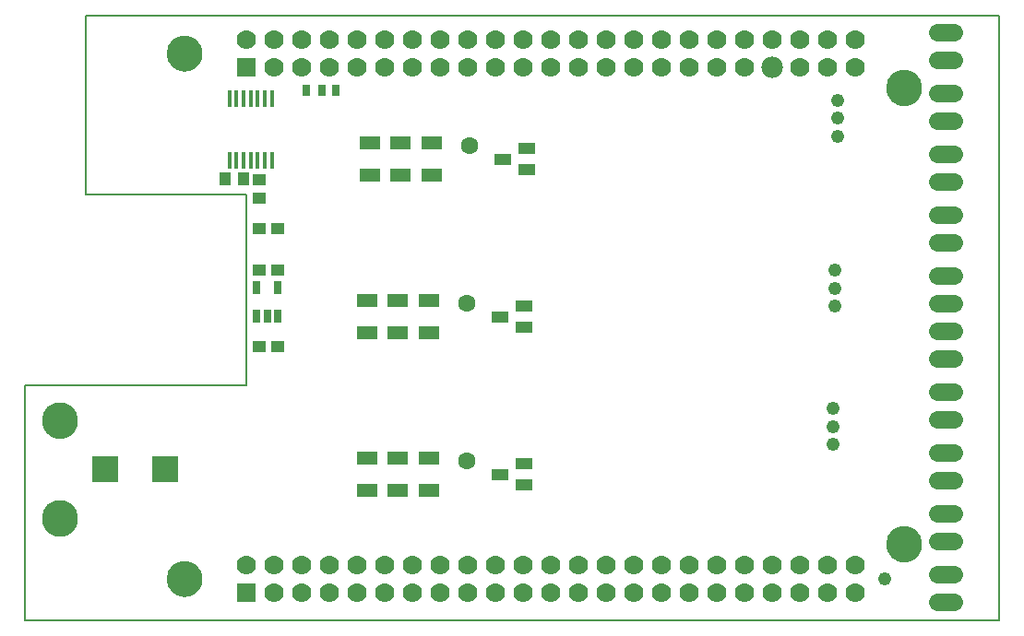
<source format=gbs>
G75*
%MOIN*%
%OFA0B0*%
%FSLAX25Y25*%
%IPPOS*%
%LPD*%
%AMOC8*
5,1,8,0,0,1.08239X$1,22.5*
%
%ADD10C,0.00500*%
%ADD11C,0.00000*%
%ADD12C,0.12900*%
%ADD13R,0.07000X0.07000*%
%ADD14C,0.07000*%
%ADD15C,0.07800*%
%ADD16R,0.07500X0.04800*%
%ADD17R,0.05912X0.04337*%
%ADD18C,0.06400*%
%ADD19R,0.09258X0.09258*%
%ADD20C,0.12998*%
%ADD21R,0.04731X0.04337*%
%ADD22R,0.04337X0.04731*%
%ADD23R,0.02565X0.05124*%
%ADD24R,0.03000X0.04200*%
%ADD25R,0.01800X0.06200*%
%ADD26C,0.04900*%
%ADD27C,0.06306*%
D10*
X0026831Y0007667D02*
X0026831Y0092667D01*
X0106831Y0092667D01*
X0106831Y0161667D01*
X0048831Y0161667D01*
X0048831Y0226167D01*
X0378831Y0226167D01*
X0378831Y0007667D01*
X0026831Y0007667D01*
D11*
X0078081Y0022667D02*
X0078083Y0022825D01*
X0078089Y0022982D01*
X0078099Y0023140D01*
X0078113Y0023297D01*
X0078131Y0023453D01*
X0078152Y0023610D01*
X0078178Y0023765D01*
X0078208Y0023920D01*
X0078241Y0024074D01*
X0078279Y0024227D01*
X0078320Y0024380D01*
X0078365Y0024531D01*
X0078414Y0024681D01*
X0078467Y0024829D01*
X0078523Y0024977D01*
X0078584Y0025122D01*
X0078647Y0025267D01*
X0078715Y0025409D01*
X0078786Y0025550D01*
X0078860Y0025689D01*
X0078938Y0025826D01*
X0079020Y0025961D01*
X0079104Y0026094D01*
X0079193Y0026225D01*
X0079284Y0026353D01*
X0079379Y0026480D01*
X0079476Y0026603D01*
X0079577Y0026725D01*
X0079681Y0026843D01*
X0079788Y0026959D01*
X0079898Y0027072D01*
X0080010Y0027183D01*
X0080126Y0027290D01*
X0080244Y0027395D01*
X0080364Y0027497D01*
X0080487Y0027595D01*
X0080613Y0027691D01*
X0080741Y0027783D01*
X0080871Y0027872D01*
X0081003Y0027958D01*
X0081138Y0028040D01*
X0081275Y0028119D01*
X0081413Y0028194D01*
X0081553Y0028266D01*
X0081696Y0028334D01*
X0081839Y0028399D01*
X0081985Y0028460D01*
X0082132Y0028517D01*
X0082280Y0028571D01*
X0082430Y0028621D01*
X0082580Y0028667D01*
X0082732Y0028709D01*
X0082885Y0028748D01*
X0083039Y0028782D01*
X0083194Y0028813D01*
X0083349Y0028839D01*
X0083505Y0028862D01*
X0083662Y0028881D01*
X0083819Y0028896D01*
X0083976Y0028907D01*
X0084134Y0028914D01*
X0084292Y0028917D01*
X0084449Y0028916D01*
X0084607Y0028911D01*
X0084764Y0028902D01*
X0084922Y0028889D01*
X0085078Y0028872D01*
X0085235Y0028851D01*
X0085390Y0028827D01*
X0085545Y0028798D01*
X0085700Y0028765D01*
X0085853Y0028729D01*
X0086006Y0028688D01*
X0086157Y0028644D01*
X0086307Y0028596D01*
X0086456Y0028545D01*
X0086604Y0028489D01*
X0086750Y0028430D01*
X0086895Y0028367D01*
X0087038Y0028300D01*
X0087179Y0028230D01*
X0087318Y0028157D01*
X0087456Y0028080D01*
X0087592Y0027999D01*
X0087725Y0027915D01*
X0087856Y0027828D01*
X0087985Y0027737D01*
X0088112Y0027643D01*
X0088237Y0027546D01*
X0088358Y0027446D01*
X0088478Y0027343D01*
X0088594Y0027237D01*
X0088708Y0027128D01*
X0088820Y0027016D01*
X0088928Y0026902D01*
X0089033Y0026784D01*
X0089136Y0026664D01*
X0089235Y0026542D01*
X0089331Y0026417D01*
X0089424Y0026289D01*
X0089514Y0026160D01*
X0089600Y0026028D01*
X0089684Y0025894D01*
X0089763Y0025758D01*
X0089840Y0025620D01*
X0089912Y0025480D01*
X0089981Y0025338D01*
X0090047Y0025195D01*
X0090109Y0025050D01*
X0090167Y0024903D01*
X0090222Y0024755D01*
X0090273Y0024606D01*
X0090320Y0024455D01*
X0090363Y0024304D01*
X0090402Y0024151D01*
X0090438Y0023997D01*
X0090469Y0023843D01*
X0090497Y0023688D01*
X0090521Y0023532D01*
X0090541Y0023375D01*
X0090557Y0023218D01*
X0090569Y0023061D01*
X0090577Y0022904D01*
X0090581Y0022746D01*
X0090581Y0022588D01*
X0090577Y0022430D01*
X0090569Y0022273D01*
X0090557Y0022116D01*
X0090541Y0021959D01*
X0090521Y0021802D01*
X0090497Y0021646D01*
X0090469Y0021491D01*
X0090438Y0021337D01*
X0090402Y0021183D01*
X0090363Y0021030D01*
X0090320Y0020879D01*
X0090273Y0020728D01*
X0090222Y0020579D01*
X0090167Y0020431D01*
X0090109Y0020284D01*
X0090047Y0020139D01*
X0089981Y0019996D01*
X0089912Y0019854D01*
X0089840Y0019714D01*
X0089763Y0019576D01*
X0089684Y0019440D01*
X0089600Y0019306D01*
X0089514Y0019174D01*
X0089424Y0019045D01*
X0089331Y0018917D01*
X0089235Y0018792D01*
X0089136Y0018670D01*
X0089033Y0018550D01*
X0088928Y0018432D01*
X0088820Y0018318D01*
X0088708Y0018206D01*
X0088594Y0018097D01*
X0088478Y0017991D01*
X0088358Y0017888D01*
X0088237Y0017788D01*
X0088112Y0017691D01*
X0087985Y0017597D01*
X0087856Y0017506D01*
X0087725Y0017419D01*
X0087592Y0017335D01*
X0087456Y0017254D01*
X0087318Y0017177D01*
X0087179Y0017104D01*
X0087038Y0017034D01*
X0086895Y0016967D01*
X0086750Y0016904D01*
X0086604Y0016845D01*
X0086456Y0016789D01*
X0086307Y0016738D01*
X0086157Y0016690D01*
X0086006Y0016646D01*
X0085853Y0016605D01*
X0085700Y0016569D01*
X0085545Y0016536D01*
X0085390Y0016507D01*
X0085235Y0016483D01*
X0085078Y0016462D01*
X0084922Y0016445D01*
X0084764Y0016432D01*
X0084607Y0016423D01*
X0084449Y0016418D01*
X0084292Y0016417D01*
X0084134Y0016420D01*
X0083976Y0016427D01*
X0083819Y0016438D01*
X0083662Y0016453D01*
X0083505Y0016472D01*
X0083349Y0016495D01*
X0083194Y0016521D01*
X0083039Y0016552D01*
X0082885Y0016586D01*
X0082732Y0016625D01*
X0082580Y0016667D01*
X0082430Y0016713D01*
X0082280Y0016763D01*
X0082132Y0016817D01*
X0081985Y0016874D01*
X0081839Y0016935D01*
X0081696Y0017000D01*
X0081553Y0017068D01*
X0081413Y0017140D01*
X0081275Y0017215D01*
X0081138Y0017294D01*
X0081003Y0017376D01*
X0080871Y0017462D01*
X0080741Y0017551D01*
X0080613Y0017643D01*
X0080487Y0017739D01*
X0080364Y0017837D01*
X0080244Y0017939D01*
X0080126Y0018044D01*
X0080010Y0018151D01*
X0079898Y0018262D01*
X0079788Y0018375D01*
X0079681Y0018491D01*
X0079577Y0018609D01*
X0079476Y0018731D01*
X0079379Y0018854D01*
X0079284Y0018981D01*
X0079193Y0019109D01*
X0079104Y0019240D01*
X0079020Y0019373D01*
X0078938Y0019508D01*
X0078860Y0019645D01*
X0078786Y0019784D01*
X0078715Y0019925D01*
X0078647Y0020067D01*
X0078584Y0020212D01*
X0078523Y0020357D01*
X0078467Y0020505D01*
X0078414Y0020653D01*
X0078365Y0020803D01*
X0078320Y0020954D01*
X0078279Y0021107D01*
X0078241Y0021260D01*
X0078208Y0021414D01*
X0078178Y0021569D01*
X0078152Y0021724D01*
X0078131Y0021881D01*
X0078113Y0022037D01*
X0078099Y0022194D01*
X0078089Y0022352D01*
X0078083Y0022509D01*
X0078081Y0022667D01*
X0032996Y0044450D02*
X0032998Y0044608D01*
X0033004Y0044766D01*
X0033014Y0044924D01*
X0033028Y0045082D01*
X0033046Y0045239D01*
X0033067Y0045396D01*
X0033093Y0045552D01*
X0033123Y0045708D01*
X0033156Y0045863D01*
X0033194Y0046016D01*
X0033235Y0046169D01*
X0033280Y0046321D01*
X0033329Y0046472D01*
X0033382Y0046621D01*
X0033438Y0046769D01*
X0033498Y0046915D01*
X0033562Y0047060D01*
X0033630Y0047203D01*
X0033701Y0047345D01*
X0033775Y0047485D01*
X0033853Y0047622D01*
X0033935Y0047758D01*
X0034019Y0047892D01*
X0034108Y0048023D01*
X0034199Y0048152D01*
X0034294Y0048279D01*
X0034391Y0048404D01*
X0034492Y0048526D01*
X0034596Y0048645D01*
X0034703Y0048762D01*
X0034813Y0048876D01*
X0034926Y0048987D01*
X0035041Y0049096D01*
X0035159Y0049201D01*
X0035280Y0049303D01*
X0035403Y0049403D01*
X0035529Y0049499D01*
X0035657Y0049592D01*
X0035787Y0049682D01*
X0035920Y0049768D01*
X0036055Y0049852D01*
X0036191Y0049931D01*
X0036330Y0050008D01*
X0036471Y0050080D01*
X0036613Y0050150D01*
X0036757Y0050215D01*
X0036903Y0050277D01*
X0037050Y0050335D01*
X0037199Y0050390D01*
X0037349Y0050441D01*
X0037500Y0050488D01*
X0037652Y0050531D01*
X0037805Y0050570D01*
X0037960Y0050606D01*
X0038115Y0050637D01*
X0038271Y0050665D01*
X0038427Y0050689D01*
X0038584Y0050709D01*
X0038742Y0050725D01*
X0038899Y0050737D01*
X0039058Y0050745D01*
X0039216Y0050749D01*
X0039374Y0050749D01*
X0039532Y0050745D01*
X0039691Y0050737D01*
X0039848Y0050725D01*
X0040006Y0050709D01*
X0040163Y0050689D01*
X0040319Y0050665D01*
X0040475Y0050637D01*
X0040630Y0050606D01*
X0040785Y0050570D01*
X0040938Y0050531D01*
X0041090Y0050488D01*
X0041241Y0050441D01*
X0041391Y0050390D01*
X0041540Y0050335D01*
X0041687Y0050277D01*
X0041833Y0050215D01*
X0041977Y0050150D01*
X0042119Y0050080D01*
X0042260Y0050008D01*
X0042399Y0049931D01*
X0042535Y0049852D01*
X0042670Y0049768D01*
X0042803Y0049682D01*
X0042933Y0049592D01*
X0043061Y0049499D01*
X0043187Y0049403D01*
X0043310Y0049303D01*
X0043431Y0049201D01*
X0043549Y0049096D01*
X0043664Y0048987D01*
X0043777Y0048876D01*
X0043887Y0048762D01*
X0043994Y0048645D01*
X0044098Y0048526D01*
X0044199Y0048404D01*
X0044296Y0048279D01*
X0044391Y0048152D01*
X0044482Y0048023D01*
X0044571Y0047892D01*
X0044655Y0047758D01*
X0044737Y0047622D01*
X0044815Y0047485D01*
X0044889Y0047345D01*
X0044960Y0047203D01*
X0045028Y0047060D01*
X0045092Y0046915D01*
X0045152Y0046769D01*
X0045208Y0046621D01*
X0045261Y0046472D01*
X0045310Y0046321D01*
X0045355Y0046169D01*
X0045396Y0046016D01*
X0045434Y0045863D01*
X0045467Y0045708D01*
X0045497Y0045552D01*
X0045523Y0045396D01*
X0045544Y0045239D01*
X0045562Y0045082D01*
X0045576Y0044924D01*
X0045586Y0044766D01*
X0045592Y0044608D01*
X0045594Y0044450D01*
X0045592Y0044292D01*
X0045586Y0044134D01*
X0045576Y0043976D01*
X0045562Y0043818D01*
X0045544Y0043661D01*
X0045523Y0043504D01*
X0045497Y0043348D01*
X0045467Y0043192D01*
X0045434Y0043037D01*
X0045396Y0042884D01*
X0045355Y0042731D01*
X0045310Y0042579D01*
X0045261Y0042428D01*
X0045208Y0042279D01*
X0045152Y0042131D01*
X0045092Y0041985D01*
X0045028Y0041840D01*
X0044960Y0041697D01*
X0044889Y0041555D01*
X0044815Y0041415D01*
X0044737Y0041278D01*
X0044655Y0041142D01*
X0044571Y0041008D01*
X0044482Y0040877D01*
X0044391Y0040748D01*
X0044296Y0040621D01*
X0044199Y0040496D01*
X0044098Y0040374D01*
X0043994Y0040255D01*
X0043887Y0040138D01*
X0043777Y0040024D01*
X0043664Y0039913D01*
X0043549Y0039804D01*
X0043431Y0039699D01*
X0043310Y0039597D01*
X0043187Y0039497D01*
X0043061Y0039401D01*
X0042933Y0039308D01*
X0042803Y0039218D01*
X0042670Y0039132D01*
X0042535Y0039048D01*
X0042399Y0038969D01*
X0042260Y0038892D01*
X0042119Y0038820D01*
X0041977Y0038750D01*
X0041833Y0038685D01*
X0041687Y0038623D01*
X0041540Y0038565D01*
X0041391Y0038510D01*
X0041241Y0038459D01*
X0041090Y0038412D01*
X0040938Y0038369D01*
X0040785Y0038330D01*
X0040630Y0038294D01*
X0040475Y0038263D01*
X0040319Y0038235D01*
X0040163Y0038211D01*
X0040006Y0038191D01*
X0039848Y0038175D01*
X0039691Y0038163D01*
X0039532Y0038155D01*
X0039374Y0038151D01*
X0039216Y0038151D01*
X0039058Y0038155D01*
X0038899Y0038163D01*
X0038742Y0038175D01*
X0038584Y0038191D01*
X0038427Y0038211D01*
X0038271Y0038235D01*
X0038115Y0038263D01*
X0037960Y0038294D01*
X0037805Y0038330D01*
X0037652Y0038369D01*
X0037500Y0038412D01*
X0037349Y0038459D01*
X0037199Y0038510D01*
X0037050Y0038565D01*
X0036903Y0038623D01*
X0036757Y0038685D01*
X0036613Y0038750D01*
X0036471Y0038820D01*
X0036330Y0038892D01*
X0036191Y0038969D01*
X0036055Y0039048D01*
X0035920Y0039132D01*
X0035787Y0039218D01*
X0035657Y0039308D01*
X0035529Y0039401D01*
X0035403Y0039497D01*
X0035280Y0039597D01*
X0035159Y0039699D01*
X0035041Y0039804D01*
X0034926Y0039913D01*
X0034813Y0040024D01*
X0034703Y0040138D01*
X0034596Y0040255D01*
X0034492Y0040374D01*
X0034391Y0040496D01*
X0034294Y0040621D01*
X0034199Y0040748D01*
X0034108Y0040877D01*
X0034019Y0041008D01*
X0033935Y0041142D01*
X0033853Y0041278D01*
X0033775Y0041415D01*
X0033701Y0041555D01*
X0033630Y0041697D01*
X0033562Y0041840D01*
X0033498Y0041985D01*
X0033438Y0042131D01*
X0033382Y0042279D01*
X0033329Y0042428D01*
X0033280Y0042579D01*
X0033235Y0042731D01*
X0033194Y0042884D01*
X0033156Y0043037D01*
X0033123Y0043192D01*
X0033093Y0043348D01*
X0033067Y0043504D01*
X0033046Y0043661D01*
X0033028Y0043818D01*
X0033014Y0043976D01*
X0033004Y0044134D01*
X0032998Y0044292D01*
X0032996Y0044450D01*
X0032996Y0079883D02*
X0032998Y0080041D01*
X0033004Y0080199D01*
X0033014Y0080357D01*
X0033028Y0080515D01*
X0033046Y0080672D01*
X0033067Y0080829D01*
X0033093Y0080985D01*
X0033123Y0081141D01*
X0033156Y0081296D01*
X0033194Y0081449D01*
X0033235Y0081602D01*
X0033280Y0081754D01*
X0033329Y0081905D01*
X0033382Y0082054D01*
X0033438Y0082202D01*
X0033498Y0082348D01*
X0033562Y0082493D01*
X0033630Y0082636D01*
X0033701Y0082778D01*
X0033775Y0082918D01*
X0033853Y0083055D01*
X0033935Y0083191D01*
X0034019Y0083325D01*
X0034108Y0083456D01*
X0034199Y0083585D01*
X0034294Y0083712D01*
X0034391Y0083837D01*
X0034492Y0083959D01*
X0034596Y0084078D01*
X0034703Y0084195D01*
X0034813Y0084309D01*
X0034926Y0084420D01*
X0035041Y0084529D01*
X0035159Y0084634D01*
X0035280Y0084736D01*
X0035403Y0084836D01*
X0035529Y0084932D01*
X0035657Y0085025D01*
X0035787Y0085115D01*
X0035920Y0085201D01*
X0036055Y0085285D01*
X0036191Y0085364D01*
X0036330Y0085441D01*
X0036471Y0085513D01*
X0036613Y0085583D01*
X0036757Y0085648D01*
X0036903Y0085710D01*
X0037050Y0085768D01*
X0037199Y0085823D01*
X0037349Y0085874D01*
X0037500Y0085921D01*
X0037652Y0085964D01*
X0037805Y0086003D01*
X0037960Y0086039D01*
X0038115Y0086070D01*
X0038271Y0086098D01*
X0038427Y0086122D01*
X0038584Y0086142D01*
X0038742Y0086158D01*
X0038899Y0086170D01*
X0039058Y0086178D01*
X0039216Y0086182D01*
X0039374Y0086182D01*
X0039532Y0086178D01*
X0039691Y0086170D01*
X0039848Y0086158D01*
X0040006Y0086142D01*
X0040163Y0086122D01*
X0040319Y0086098D01*
X0040475Y0086070D01*
X0040630Y0086039D01*
X0040785Y0086003D01*
X0040938Y0085964D01*
X0041090Y0085921D01*
X0041241Y0085874D01*
X0041391Y0085823D01*
X0041540Y0085768D01*
X0041687Y0085710D01*
X0041833Y0085648D01*
X0041977Y0085583D01*
X0042119Y0085513D01*
X0042260Y0085441D01*
X0042399Y0085364D01*
X0042535Y0085285D01*
X0042670Y0085201D01*
X0042803Y0085115D01*
X0042933Y0085025D01*
X0043061Y0084932D01*
X0043187Y0084836D01*
X0043310Y0084736D01*
X0043431Y0084634D01*
X0043549Y0084529D01*
X0043664Y0084420D01*
X0043777Y0084309D01*
X0043887Y0084195D01*
X0043994Y0084078D01*
X0044098Y0083959D01*
X0044199Y0083837D01*
X0044296Y0083712D01*
X0044391Y0083585D01*
X0044482Y0083456D01*
X0044571Y0083325D01*
X0044655Y0083191D01*
X0044737Y0083055D01*
X0044815Y0082918D01*
X0044889Y0082778D01*
X0044960Y0082636D01*
X0045028Y0082493D01*
X0045092Y0082348D01*
X0045152Y0082202D01*
X0045208Y0082054D01*
X0045261Y0081905D01*
X0045310Y0081754D01*
X0045355Y0081602D01*
X0045396Y0081449D01*
X0045434Y0081296D01*
X0045467Y0081141D01*
X0045497Y0080985D01*
X0045523Y0080829D01*
X0045544Y0080672D01*
X0045562Y0080515D01*
X0045576Y0080357D01*
X0045586Y0080199D01*
X0045592Y0080041D01*
X0045594Y0079883D01*
X0045592Y0079725D01*
X0045586Y0079567D01*
X0045576Y0079409D01*
X0045562Y0079251D01*
X0045544Y0079094D01*
X0045523Y0078937D01*
X0045497Y0078781D01*
X0045467Y0078625D01*
X0045434Y0078470D01*
X0045396Y0078317D01*
X0045355Y0078164D01*
X0045310Y0078012D01*
X0045261Y0077861D01*
X0045208Y0077712D01*
X0045152Y0077564D01*
X0045092Y0077418D01*
X0045028Y0077273D01*
X0044960Y0077130D01*
X0044889Y0076988D01*
X0044815Y0076848D01*
X0044737Y0076711D01*
X0044655Y0076575D01*
X0044571Y0076441D01*
X0044482Y0076310D01*
X0044391Y0076181D01*
X0044296Y0076054D01*
X0044199Y0075929D01*
X0044098Y0075807D01*
X0043994Y0075688D01*
X0043887Y0075571D01*
X0043777Y0075457D01*
X0043664Y0075346D01*
X0043549Y0075237D01*
X0043431Y0075132D01*
X0043310Y0075030D01*
X0043187Y0074930D01*
X0043061Y0074834D01*
X0042933Y0074741D01*
X0042803Y0074651D01*
X0042670Y0074565D01*
X0042535Y0074481D01*
X0042399Y0074402D01*
X0042260Y0074325D01*
X0042119Y0074253D01*
X0041977Y0074183D01*
X0041833Y0074118D01*
X0041687Y0074056D01*
X0041540Y0073998D01*
X0041391Y0073943D01*
X0041241Y0073892D01*
X0041090Y0073845D01*
X0040938Y0073802D01*
X0040785Y0073763D01*
X0040630Y0073727D01*
X0040475Y0073696D01*
X0040319Y0073668D01*
X0040163Y0073644D01*
X0040006Y0073624D01*
X0039848Y0073608D01*
X0039691Y0073596D01*
X0039532Y0073588D01*
X0039374Y0073584D01*
X0039216Y0073584D01*
X0039058Y0073588D01*
X0038899Y0073596D01*
X0038742Y0073608D01*
X0038584Y0073624D01*
X0038427Y0073644D01*
X0038271Y0073668D01*
X0038115Y0073696D01*
X0037960Y0073727D01*
X0037805Y0073763D01*
X0037652Y0073802D01*
X0037500Y0073845D01*
X0037349Y0073892D01*
X0037199Y0073943D01*
X0037050Y0073998D01*
X0036903Y0074056D01*
X0036757Y0074118D01*
X0036613Y0074183D01*
X0036471Y0074253D01*
X0036330Y0074325D01*
X0036191Y0074402D01*
X0036055Y0074481D01*
X0035920Y0074565D01*
X0035787Y0074651D01*
X0035657Y0074741D01*
X0035529Y0074834D01*
X0035403Y0074930D01*
X0035280Y0075030D01*
X0035159Y0075132D01*
X0035041Y0075237D01*
X0034926Y0075346D01*
X0034813Y0075457D01*
X0034703Y0075571D01*
X0034596Y0075688D01*
X0034492Y0075807D01*
X0034391Y0075929D01*
X0034294Y0076054D01*
X0034199Y0076181D01*
X0034108Y0076310D01*
X0034019Y0076441D01*
X0033935Y0076575D01*
X0033853Y0076711D01*
X0033775Y0076848D01*
X0033701Y0076988D01*
X0033630Y0077130D01*
X0033562Y0077273D01*
X0033498Y0077418D01*
X0033438Y0077564D01*
X0033382Y0077712D01*
X0033329Y0077861D01*
X0033280Y0078012D01*
X0033235Y0078164D01*
X0033194Y0078317D01*
X0033156Y0078470D01*
X0033123Y0078625D01*
X0033093Y0078781D01*
X0033067Y0078937D01*
X0033046Y0079094D01*
X0033028Y0079251D01*
X0033014Y0079409D01*
X0033004Y0079567D01*
X0032998Y0079725D01*
X0032996Y0079883D01*
X0078081Y0212667D02*
X0078083Y0212825D01*
X0078089Y0212982D01*
X0078099Y0213140D01*
X0078113Y0213297D01*
X0078131Y0213453D01*
X0078152Y0213610D01*
X0078178Y0213765D01*
X0078208Y0213920D01*
X0078241Y0214074D01*
X0078279Y0214227D01*
X0078320Y0214380D01*
X0078365Y0214531D01*
X0078414Y0214681D01*
X0078467Y0214829D01*
X0078523Y0214977D01*
X0078584Y0215122D01*
X0078647Y0215267D01*
X0078715Y0215409D01*
X0078786Y0215550D01*
X0078860Y0215689D01*
X0078938Y0215826D01*
X0079020Y0215961D01*
X0079104Y0216094D01*
X0079193Y0216225D01*
X0079284Y0216353D01*
X0079379Y0216480D01*
X0079476Y0216603D01*
X0079577Y0216725D01*
X0079681Y0216843D01*
X0079788Y0216959D01*
X0079898Y0217072D01*
X0080010Y0217183D01*
X0080126Y0217290D01*
X0080244Y0217395D01*
X0080364Y0217497D01*
X0080487Y0217595D01*
X0080613Y0217691D01*
X0080741Y0217783D01*
X0080871Y0217872D01*
X0081003Y0217958D01*
X0081138Y0218040D01*
X0081275Y0218119D01*
X0081413Y0218194D01*
X0081553Y0218266D01*
X0081696Y0218334D01*
X0081839Y0218399D01*
X0081985Y0218460D01*
X0082132Y0218517D01*
X0082280Y0218571D01*
X0082430Y0218621D01*
X0082580Y0218667D01*
X0082732Y0218709D01*
X0082885Y0218748D01*
X0083039Y0218782D01*
X0083194Y0218813D01*
X0083349Y0218839D01*
X0083505Y0218862D01*
X0083662Y0218881D01*
X0083819Y0218896D01*
X0083976Y0218907D01*
X0084134Y0218914D01*
X0084292Y0218917D01*
X0084449Y0218916D01*
X0084607Y0218911D01*
X0084764Y0218902D01*
X0084922Y0218889D01*
X0085078Y0218872D01*
X0085235Y0218851D01*
X0085390Y0218827D01*
X0085545Y0218798D01*
X0085700Y0218765D01*
X0085853Y0218729D01*
X0086006Y0218688D01*
X0086157Y0218644D01*
X0086307Y0218596D01*
X0086456Y0218545D01*
X0086604Y0218489D01*
X0086750Y0218430D01*
X0086895Y0218367D01*
X0087038Y0218300D01*
X0087179Y0218230D01*
X0087318Y0218157D01*
X0087456Y0218080D01*
X0087592Y0217999D01*
X0087725Y0217915D01*
X0087856Y0217828D01*
X0087985Y0217737D01*
X0088112Y0217643D01*
X0088237Y0217546D01*
X0088358Y0217446D01*
X0088478Y0217343D01*
X0088594Y0217237D01*
X0088708Y0217128D01*
X0088820Y0217016D01*
X0088928Y0216902D01*
X0089033Y0216784D01*
X0089136Y0216664D01*
X0089235Y0216542D01*
X0089331Y0216417D01*
X0089424Y0216289D01*
X0089514Y0216160D01*
X0089600Y0216028D01*
X0089684Y0215894D01*
X0089763Y0215758D01*
X0089840Y0215620D01*
X0089912Y0215480D01*
X0089981Y0215338D01*
X0090047Y0215195D01*
X0090109Y0215050D01*
X0090167Y0214903D01*
X0090222Y0214755D01*
X0090273Y0214606D01*
X0090320Y0214455D01*
X0090363Y0214304D01*
X0090402Y0214151D01*
X0090438Y0213997D01*
X0090469Y0213843D01*
X0090497Y0213688D01*
X0090521Y0213532D01*
X0090541Y0213375D01*
X0090557Y0213218D01*
X0090569Y0213061D01*
X0090577Y0212904D01*
X0090581Y0212746D01*
X0090581Y0212588D01*
X0090577Y0212430D01*
X0090569Y0212273D01*
X0090557Y0212116D01*
X0090541Y0211959D01*
X0090521Y0211802D01*
X0090497Y0211646D01*
X0090469Y0211491D01*
X0090438Y0211337D01*
X0090402Y0211183D01*
X0090363Y0211030D01*
X0090320Y0210879D01*
X0090273Y0210728D01*
X0090222Y0210579D01*
X0090167Y0210431D01*
X0090109Y0210284D01*
X0090047Y0210139D01*
X0089981Y0209996D01*
X0089912Y0209854D01*
X0089840Y0209714D01*
X0089763Y0209576D01*
X0089684Y0209440D01*
X0089600Y0209306D01*
X0089514Y0209174D01*
X0089424Y0209045D01*
X0089331Y0208917D01*
X0089235Y0208792D01*
X0089136Y0208670D01*
X0089033Y0208550D01*
X0088928Y0208432D01*
X0088820Y0208318D01*
X0088708Y0208206D01*
X0088594Y0208097D01*
X0088478Y0207991D01*
X0088358Y0207888D01*
X0088237Y0207788D01*
X0088112Y0207691D01*
X0087985Y0207597D01*
X0087856Y0207506D01*
X0087725Y0207419D01*
X0087592Y0207335D01*
X0087456Y0207254D01*
X0087318Y0207177D01*
X0087179Y0207104D01*
X0087038Y0207034D01*
X0086895Y0206967D01*
X0086750Y0206904D01*
X0086604Y0206845D01*
X0086456Y0206789D01*
X0086307Y0206738D01*
X0086157Y0206690D01*
X0086006Y0206646D01*
X0085853Y0206605D01*
X0085700Y0206569D01*
X0085545Y0206536D01*
X0085390Y0206507D01*
X0085235Y0206483D01*
X0085078Y0206462D01*
X0084922Y0206445D01*
X0084764Y0206432D01*
X0084607Y0206423D01*
X0084449Y0206418D01*
X0084292Y0206417D01*
X0084134Y0206420D01*
X0083976Y0206427D01*
X0083819Y0206438D01*
X0083662Y0206453D01*
X0083505Y0206472D01*
X0083349Y0206495D01*
X0083194Y0206521D01*
X0083039Y0206552D01*
X0082885Y0206586D01*
X0082732Y0206625D01*
X0082580Y0206667D01*
X0082430Y0206713D01*
X0082280Y0206763D01*
X0082132Y0206817D01*
X0081985Y0206874D01*
X0081839Y0206935D01*
X0081696Y0207000D01*
X0081553Y0207068D01*
X0081413Y0207140D01*
X0081275Y0207215D01*
X0081138Y0207294D01*
X0081003Y0207376D01*
X0080871Y0207462D01*
X0080741Y0207551D01*
X0080613Y0207643D01*
X0080487Y0207739D01*
X0080364Y0207837D01*
X0080244Y0207939D01*
X0080126Y0208044D01*
X0080010Y0208151D01*
X0079898Y0208262D01*
X0079788Y0208375D01*
X0079681Y0208491D01*
X0079577Y0208609D01*
X0079476Y0208731D01*
X0079379Y0208854D01*
X0079284Y0208981D01*
X0079193Y0209109D01*
X0079104Y0209240D01*
X0079020Y0209373D01*
X0078938Y0209508D01*
X0078860Y0209645D01*
X0078786Y0209784D01*
X0078715Y0209925D01*
X0078647Y0210067D01*
X0078584Y0210212D01*
X0078523Y0210357D01*
X0078467Y0210505D01*
X0078414Y0210653D01*
X0078365Y0210803D01*
X0078320Y0210954D01*
X0078279Y0211107D01*
X0078241Y0211260D01*
X0078208Y0211414D01*
X0078178Y0211569D01*
X0078152Y0211724D01*
X0078131Y0211881D01*
X0078113Y0212037D01*
X0078099Y0212194D01*
X0078089Y0212352D01*
X0078083Y0212509D01*
X0078081Y0212667D01*
X0338081Y0200167D02*
X0338083Y0200325D01*
X0338089Y0200482D01*
X0338099Y0200640D01*
X0338113Y0200797D01*
X0338131Y0200953D01*
X0338152Y0201110D01*
X0338178Y0201265D01*
X0338208Y0201420D01*
X0338241Y0201574D01*
X0338279Y0201727D01*
X0338320Y0201880D01*
X0338365Y0202031D01*
X0338414Y0202181D01*
X0338467Y0202329D01*
X0338523Y0202477D01*
X0338584Y0202622D01*
X0338647Y0202767D01*
X0338715Y0202909D01*
X0338786Y0203050D01*
X0338860Y0203189D01*
X0338938Y0203326D01*
X0339020Y0203461D01*
X0339104Y0203594D01*
X0339193Y0203725D01*
X0339284Y0203853D01*
X0339379Y0203980D01*
X0339476Y0204103D01*
X0339577Y0204225D01*
X0339681Y0204343D01*
X0339788Y0204459D01*
X0339898Y0204572D01*
X0340010Y0204683D01*
X0340126Y0204790D01*
X0340244Y0204895D01*
X0340364Y0204997D01*
X0340487Y0205095D01*
X0340613Y0205191D01*
X0340741Y0205283D01*
X0340871Y0205372D01*
X0341003Y0205458D01*
X0341138Y0205540D01*
X0341275Y0205619D01*
X0341413Y0205694D01*
X0341553Y0205766D01*
X0341696Y0205834D01*
X0341839Y0205899D01*
X0341985Y0205960D01*
X0342132Y0206017D01*
X0342280Y0206071D01*
X0342430Y0206121D01*
X0342580Y0206167D01*
X0342732Y0206209D01*
X0342885Y0206248D01*
X0343039Y0206282D01*
X0343194Y0206313D01*
X0343349Y0206339D01*
X0343505Y0206362D01*
X0343662Y0206381D01*
X0343819Y0206396D01*
X0343976Y0206407D01*
X0344134Y0206414D01*
X0344292Y0206417D01*
X0344449Y0206416D01*
X0344607Y0206411D01*
X0344764Y0206402D01*
X0344922Y0206389D01*
X0345078Y0206372D01*
X0345235Y0206351D01*
X0345390Y0206327D01*
X0345545Y0206298D01*
X0345700Y0206265D01*
X0345853Y0206229D01*
X0346006Y0206188D01*
X0346157Y0206144D01*
X0346307Y0206096D01*
X0346456Y0206045D01*
X0346604Y0205989D01*
X0346750Y0205930D01*
X0346895Y0205867D01*
X0347038Y0205800D01*
X0347179Y0205730D01*
X0347318Y0205657D01*
X0347456Y0205580D01*
X0347592Y0205499D01*
X0347725Y0205415D01*
X0347856Y0205328D01*
X0347985Y0205237D01*
X0348112Y0205143D01*
X0348237Y0205046D01*
X0348358Y0204946D01*
X0348478Y0204843D01*
X0348594Y0204737D01*
X0348708Y0204628D01*
X0348820Y0204516D01*
X0348928Y0204402D01*
X0349033Y0204284D01*
X0349136Y0204164D01*
X0349235Y0204042D01*
X0349331Y0203917D01*
X0349424Y0203789D01*
X0349514Y0203660D01*
X0349600Y0203528D01*
X0349684Y0203394D01*
X0349763Y0203258D01*
X0349840Y0203120D01*
X0349912Y0202980D01*
X0349981Y0202838D01*
X0350047Y0202695D01*
X0350109Y0202550D01*
X0350167Y0202403D01*
X0350222Y0202255D01*
X0350273Y0202106D01*
X0350320Y0201955D01*
X0350363Y0201804D01*
X0350402Y0201651D01*
X0350438Y0201497D01*
X0350469Y0201343D01*
X0350497Y0201188D01*
X0350521Y0201032D01*
X0350541Y0200875D01*
X0350557Y0200718D01*
X0350569Y0200561D01*
X0350577Y0200404D01*
X0350581Y0200246D01*
X0350581Y0200088D01*
X0350577Y0199930D01*
X0350569Y0199773D01*
X0350557Y0199616D01*
X0350541Y0199459D01*
X0350521Y0199302D01*
X0350497Y0199146D01*
X0350469Y0198991D01*
X0350438Y0198837D01*
X0350402Y0198683D01*
X0350363Y0198530D01*
X0350320Y0198379D01*
X0350273Y0198228D01*
X0350222Y0198079D01*
X0350167Y0197931D01*
X0350109Y0197784D01*
X0350047Y0197639D01*
X0349981Y0197496D01*
X0349912Y0197354D01*
X0349840Y0197214D01*
X0349763Y0197076D01*
X0349684Y0196940D01*
X0349600Y0196806D01*
X0349514Y0196674D01*
X0349424Y0196545D01*
X0349331Y0196417D01*
X0349235Y0196292D01*
X0349136Y0196170D01*
X0349033Y0196050D01*
X0348928Y0195932D01*
X0348820Y0195818D01*
X0348708Y0195706D01*
X0348594Y0195597D01*
X0348478Y0195491D01*
X0348358Y0195388D01*
X0348237Y0195288D01*
X0348112Y0195191D01*
X0347985Y0195097D01*
X0347856Y0195006D01*
X0347725Y0194919D01*
X0347592Y0194835D01*
X0347456Y0194754D01*
X0347318Y0194677D01*
X0347179Y0194604D01*
X0347038Y0194534D01*
X0346895Y0194467D01*
X0346750Y0194404D01*
X0346604Y0194345D01*
X0346456Y0194289D01*
X0346307Y0194238D01*
X0346157Y0194190D01*
X0346006Y0194146D01*
X0345853Y0194105D01*
X0345700Y0194069D01*
X0345545Y0194036D01*
X0345390Y0194007D01*
X0345235Y0193983D01*
X0345078Y0193962D01*
X0344922Y0193945D01*
X0344764Y0193932D01*
X0344607Y0193923D01*
X0344449Y0193918D01*
X0344292Y0193917D01*
X0344134Y0193920D01*
X0343976Y0193927D01*
X0343819Y0193938D01*
X0343662Y0193953D01*
X0343505Y0193972D01*
X0343349Y0193995D01*
X0343194Y0194021D01*
X0343039Y0194052D01*
X0342885Y0194086D01*
X0342732Y0194125D01*
X0342580Y0194167D01*
X0342430Y0194213D01*
X0342280Y0194263D01*
X0342132Y0194317D01*
X0341985Y0194374D01*
X0341839Y0194435D01*
X0341696Y0194500D01*
X0341553Y0194568D01*
X0341413Y0194640D01*
X0341275Y0194715D01*
X0341138Y0194794D01*
X0341003Y0194876D01*
X0340871Y0194962D01*
X0340741Y0195051D01*
X0340613Y0195143D01*
X0340487Y0195239D01*
X0340364Y0195337D01*
X0340244Y0195439D01*
X0340126Y0195544D01*
X0340010Y0195651D01*
X0339898Y0195762D01*
X0339788Y0195875D01*
X0339681Y0195991D01*
X0339577Y0196109D01*
X0339476Y0196231D01*
X0339379Y0196354D01*
X0339284Y0196481D01*
X0339193Y0196609D01*
X0339104Y0196740D01*
X0339020Y0196873D01*
X0338938Y0197008D01*
X0338860Y0197145D01*
X0338786Y0197284D01*
X0338715Y0197425D01*
X0338647Y0197567D01*
X0338584Y0197712D01*
X0338523Y0197857D01*
X0338467Y0198005D01*
X0338414Y0198153D01*
X0338365Y0198303D01*
X0338320Y0198454D01*
X0338279Y0198607D01*
X0338241Y0198760D01*
X0338208Y0198914D01*
X0338178Y0199069D01*
X0338152Y0199224D01*
X0338131Y0199381D01*
X0338113Y0199537D01*
X0338099Y0199694D01*
X0338089Y0199852D01*
X0338083Y0200009D01*
X0338081Y0200167D01*
X0338081Y0035167D02*
X0338083Y0035325D01*
X0338089Y0035482D01*
X0338099Y0035640D01*
X0338113Y0035797D01*
X0338131Y0035953D01*
X0338152Y0036110D01*
X0338178Y0036265D01*
X0338208Y0036420D01*
X0338241Y0036574D01*
X0338279Y0036727D01*
X0338320Y0036880D01*
X0338365Y0037031D01*
X0338414Y0037181D01*
X0338467Y0037329D01*
X0338523Y0037477D01*
X0338584Y0037622D01*
X0338647Y0037767D01*
X0338715Y0037909D01*
X0338786Y0038050D01*
X0338860Y0038189D01*
X0338938Y0038326D01*
X0339020Y0038461D01*
X0339104Y0038594D01*
X0339193Y0038725D01*
X0339284Y0038853D01*
X0339379Y0038980D01*
X0339476Y0039103D01*
X0339577Y0039225D01*
X0339681Y0039343D01*
X0339788Y0039459D01*
X0339898Y0039572D01*
X0340010Y0039683D01*
X0340126Y0039790D01*
X0340244Y0039895D01*
X0340364Y0039997D01*
X0340487Y0040095D01*
X0340613Y0040191D01*
X0340741Y0040283D01*
X0340871Y0040372D01*
X0341003Y0040458D01*
X0341138Y0040540D01*
X0341275Y0040619D01*
X0341413Y0040694D01*
X0341553Y0040766D01*
X0341696Y0040834D01*
X0341839Y0040899D01*
X0341985Y0040960D01*
X0342132Y0041017D01*
X0342280Y0041071D01*
X0342430Y0041121D01*
X0342580Y0041167D01*
X0342732Y0041209D01*
X0342885Y0041248D01*
X0343039Y0041282D01*
X0343194Y0041313D01*
X0343349Y0041339D01*
X0343505Y0041362D01*
X0343662Y0041381D01*
X0343819Y0041396D01*
X0343976Y0041407D01*
X0344134Y0041414D01*
X0344292Y0041417D01*
X0344449Y0041416D01*
X0344607Y0041411D01*
X0344764Y0041402D01*
X0344922Y0041389D01*
X0345078Y0041372D01*
X0345235Y0041351D01*
X0345390Y0041327D01*
X0345545Y0041298D01*
X0345700Y0041265D01*
X0345853Y0041229D01*
X0346006Y0041188D01*
X0346157Y0041144D01*
X0346307Y0041096D01*
X0346456Y0041045D01*
X0346604Y0040989D01*
X0346750Y0040930D01*
X0346895Y0040867D01*
X0347038Y0040800D01*
X0347179Y0040730D01*
X0347318Y0040657D01*
X0347456Y0040580D01*
X0347592Y0040499D01*
X0347725Y0040415D01*
X0347856Y0040328D01*
X0347985Y0040237D01*
X0348112Y0040143D01*
X0348237Y0040046D01*
X0348358Y0039946D01*
X0348478Y0039843D01*
X0348594Y0039737D01*
X0348708Y0039628D01*
X0348820Y0039516D01*
X0348928Y0039402D01*
X0349033Y0039284D01*
X0349136Y0039164D01*
X0349235Y0039042D01*
X0349331Y0038917D01*
X0349424Y0038789D01*
X0349514Y0038660D01*
X0349600Y0038528D01*
X0349684Y0038394D01*
X0349763Y0038258D01*
X0349840Y0038120D01*
X0349912Y0037980D01*
X0349981Y0037838D01*
X0350047Y0037695D01*
X0350109Y0037550D01*
X0350167Y0037403D01*
X0350222Y0037255D01*
X0350273Y0037106D01*
X0350320Y0036955D01*
X0350363Y0036804D01*
X0350402Y0036651D01*
X0350438Y0036497D01*
X0350469Y0036343D01*
X0350497Y0036188D01*
X0350521Y0036032D01*
X0350541Y0035875D01*
X0350557Y0035718D01*
X0350569Y0035561D01*
X0350577Y0035404D01*
X0350581Y0035246D01*
X0350581Y0035088D01*
X0350577Y0034930D01*
X0350569Y0034773D01*
X0350557Y0034616D01*
X0350541Y0034459D01*
X0350521Y0034302D01*
X0350497Y0034146D01*
X0350469Y0033991D01*
X0350438Y0033837D01*
X0350402Y0033683D01*
X0350363Y0033530D01*
X0350320Y0033379D01*
X0350273Y0033228D01*
X0350222Y0033079D01*
X0350167Y0032931D01*
X0350109Y0032784D01*
X0350047Y0032639D01*
X0349981Y0032496D01*
X0349912Y0032354D01*
X0349840Y0032214D01*
X0349763Y0032076D01*
X0349684Y0031940D01*
X0349600Y0031806D01*
X0349514Y0031674D01*
X0349424Y0031545D01*
X0349331Y0031417D01*
X0349235Y0031292D01*
X0349136Y0031170D01*
X0349033Y0031050D01*
X0348928Y0030932D01*
X0348820Y0030818D01*
X0348708Y0030706D01*
X0348594Y0030597D01*
X0348478Y0030491D01*
X0348358Y0030388D01*
X0348237Y0030288D01*
X0348112Y0030191D01*
X0347985Y0030097D01*
X0347856Y0030006D01*
X0347725Y0029919D01*
X0347592Y0029835D01*
X0347456Y0029754D01*
X0347318Y0029677D01*
X0347179Y0029604D01*
X0347038Y0029534D01*
X0346895Y0029467D01*
X0346750Y0029404D01*
X0346604Y0029345D01*
X0346456Y0029289D01*
X0346307Y0029238D01*
X0346157Y0029190D01*
X0346006Y0029146D01*
X0345853Y0029105D01*
X0345700Y0029069D01*
X0345545Y0029036D01*
X0345390Y0029007D01*
X0345235Y0028983D01*
X0345078Y0028962D01*
X0344922Y0028945D01*
X0344764Y0028932D01*
X0344607Y0028923D01*
X0344449Y0028918D01*
X0344292Y0028917D01*
X0344134Y0028920D01*
X0343976Y0028927D01*
X0343819Y0028938D01*
X0343662Y0028953D01*
X0343505Y0028972D01*
X0343349Y0028995D01*
X0343194Y0029021D01*
X0343039Y0029052D01*
X0342885Y0029086D01*
X0342732Y0029125D01*
X0342580Y0029167D01*
X0342430Y0029213D01*
X0342280Y0029263D01*
X0342132Y0029317D01*
X0341985Y0029374D01*
X0341839Y0029435D01*
X0341696Y0029500D01*
X0341553Y0029568D01*
X0341413Y0029640D01*
X0341275Y0029715D01*
X0341138Y0029794D01*
X0341003Y0029876D01*
X0340871Y0029962D01*
X0340741Y0030051D01*
X0340613Y0030143D01*
X0340487Y0030239D01*
X0340364Y0030337D01*
X0340244Y0030439D01*
X0340126Y0030544D01*
X0340010Y0030651D01*
X0339898Y0030762D01*
X0339788Y0030875D01*
X0339681Y0030991D01*
X0339577Y0031109D01*
X0339476Y0031231D01*
X0339379Y0031354D01*
X0339284Y0031481D01*
X0339193Y0031609D01*
X0339104Y0031740D01*
X0339020Y0031873D01*
X0338938Y0032008D01*
X0338860Y0032145D01*
X0338786Y0032284D01*
X0338715Y0032425D01*
X0338647Y0032567D01*
X0338584Y0032712D01*
X0338523Y0032857D01*
X0338467Y0033005D01*
X0338414Y0033153D01*
X0338365Y0033303D01*
X0338320Y0033454D01*
X0338279Y0033607D01*
X0338241Y0033760D01*
X0338208Y0033914D01*
X0338178Y0034069D01*
X0338152Y0034224D01*
X0338131Y0034381D01*
X0338113Y0034537D01*
X0338099Y0034694D01*
X0338089Y0034852D01*
X0338083Y0035009D01*
X0338081Y0035167D01*
D12*
X0344331Y0035167D03*
X0084331Y0022667D03*
X0344331Y0200167D03*
X0084331Y0212667D03*
D13*
X0106831Y0207667D03*
X0106831Y0017667D03*
D14*
X0116831Y0017667D03*
X0126831Y0017667D03*
X0136831Y0017667D03*
X0146831Y0017667D03*
X0156831Y0017667D03*
X0166831Y0017667D03*
X0176831Y0017667D03*
X0186831Y0017667D03*
X0196831Y0017667D03*
X0206831Y0017667D03*
X0216831Y0017667D03*
X0226831Y0017667D03*
X0236831Y0017667D03*
X0246831Y0017667D03*
X0256831Y0017667D03*
X0266831Y0017667D03*
X0276831Y0017667D03*
X0286831Y0017667D03*
X0296831Y0017667D03*
X0306831Y0017667D03*
X0316831Y0017667D03*
X0326831Y0017667D03*
X0326831Y0027667D03*
X0316831Y0027667D03*
X0306831Y0027667D03*
X0296831Y0027667D03*
X0286831Y0027667D03*
X0276831Y0027667D03*
X0266831Y0027667D03*
X0256831Y0027667D03*
X0246831Y0027667D03*
X0236831Y0027667D03*
X0226831Y0027667D03*
X0216831Y0027667D03*
X0206831Y0027667D03*
X0196831Y0027667D03*
X0186831Y0027667D03*
X0176831Y0027667D03*
X0166831Y0027667D03*
X0156831Y0027667D03*
X0146831Y0027667D03*
X0136831Y0027667D03*
X0126831Y0027667D03*
X0116831Y0027667D03*
X0106831Y0027667D03*
X0116831Y0207667D03*
X0126831Y0207667D03*
X0136831Y0207667D03*
X0146831Y0207667D03*
X0156831Y0207667D03*
X0166831Y0207667D03*
X0176831Y0207667D03*
X0186831Y0207667D03*
X0196831Y0207667D03*
X0206831Y0207667D03*
X0216831Y0207667D03*
X0226831Y0207667D03*
X0236831Y0207667D03*
X0246831Y0207667D03*
X0256831Y0207667D03*
X0266831Y0207667D03*
X0276831Y0207667D03*
X0286831Y0207667D03*
X0286831Y0217667D03*
X0296831Y0217667D03*
X0306831Y0217667D03*
X0316831Y0217667D03*
X0326831Y0217667D03*
X0326831Y0207667D03*
X0316831Y0207667D03*
X0306831Y0207667D03*
X0276831Y0217667D03*
X0266831Y0217667D03*
X0256831Y0217667D03*
X0246831Y0217667D03*
X0236831Y0217667D03*
X0226831Y0217667D03*
X0216831Y0217667D03*
X0206831Y0217667D03*
X0196831Y0217667D03*
X0186831Y0217667D03*
X0176831Y0217667D03*
X0166831Y0217667D03*
X0156831Y0217667D03*
X0146831Y0217667D03*
X0136831Y0217667D03*
X0126831Y0217667D03*
X0116831Y0217667D03*
X0106831Y0217667D03*
D15*
X0296831Y0207667D03*
D16*
X0173831Y0180317D03*
X0162581Y0180317D03*
X0151331Y0180317D03*
X0151331Y0168517D03*
X0162581Y0168517D03*
X0173831Y0168517D03*
X0172831Y0123317D03*
X0161581Y0123317D03*
X0150331Y0123317D03*
X0150331Y0111517D03*
X0161581Y0111517D03*
X0172831Y0111517D03*
X0172831Y0066317D03*
X0161581Y0066317D03*
X0150331Y0066317D03*
X0150331Y0054517D03*
X0161581Y0054517D03*
X0172831Y0054517D03*
D17*
X0198500Y0060417D03*
X0207161Y0064157D03*
X0207161Y0056677D03*
X0207161Y0113677D03*
X0198500Y0117417D03*
X0207161Y0121157D03*
X0208161Y0170677D03*
X0199500Y0174417D03*
X0208161Y0178157D03*
D18*
X0356331Y0176167D02*
X0362331Y0176167D01*
X0362331Y0166167D02*
X0356331Y0166167D01*
X0356331Y0154167D02*
X0362331Y0154167D01*
X0362331Y0144167D02*
X0356331Y0144167D01*
X0356331Y0132167D02*
X0362331Y0132167D01*
X0362331Y0122167D02*
X0356331Y0122167D01*
X0356331Y0112167D02*
X0362331Y0112167D01*
X0362331Y0102167D02*
X0356331Y0102167D01*
X0356331Y0090167D02*
X0362331Y0090167D01*
X0362331Y0080167D02*
X0356331Y0080167D01*
X0356331Y0068167D02*
X0362331Y0068167D01*
X0362331Y0058167D02*
X0356331Y0058167D01*
X0356331Y0046167D02*
X0362331Y0046167D01*
X0362331Y0036167D02*
X0356331Y0036167D01*
X0356331Y0024167D02*
X0362331Y0024167D01*
X0362331Y0014167D02*
X0356331Y0014167D01*
X0356331Y0188167D02*
X0362331Y0188167D01*
X0362331Y0198167D02*
X0356331Y0198167D01*
X0356331Y0210167D02*
X0362331Y0210167D01*
X0362331Y0220167D02*
X0356331Y0220167D01*
D19*
X0077484Y0062167D03*
X0055831Y0062167D03*
D20*
X0039295Y0079883D03*
X0039295Y0044450D03*
D21*
X0111484Y0106667D03*
X0118177Y0106667D03*
X0118177Y0134167D03*
X0111484Y0134167D03*
X0111484Y0149167D03*
X0118177Y0149167D03*
X0111331Y0160320D03*
X0111331Y0167013D03*
D22*
X0105677Y0167167D03*
X0098984Y0167167D03*
D23*
X0110591Y0127785D03*
X0118071Y0127785D03*
X0118071Y0117549D03*
X0114331Y0117549D03*
X0110591Y0117549D03*
D24*
X0128581Y0199167D03*
X0134081Y0199167D03*
X0139081Y0199167D03*
D25*
X0116031Y0196267D03*
X0113431Y0196267D03*
X0110931Y0196267D03*
X0108331Y0196267D03*
X0105731Y0196267D03*
X0103231Y0196267D03*
X0100631Y0196267D03*
X0100631Y0174067D03*
X0103231Y0174067D03*
X0105731Y0174067D03*
X0108331Y0174067D03*
X0110931Y0174067D03*
X0113431Y0174067D03*
X0116031Y0174067D03*
D26*
X0318831Y0084167D03*
X0318831Y0077667D03*
X0318831Y0071167D03*
X0319331Y0121167D03*
X0319331Y0127667D03*
X0319331Y0134167D03*
X0320331Y0182667D03*
X0320331Y0189167D03*
X0320331Y0195667D03*
X0337331Y0022667D03*
D27*
X0186581Y0065417D03*
X0186581Y0122417D03*
X0187581Y0179417D03*
M02*

</source>
